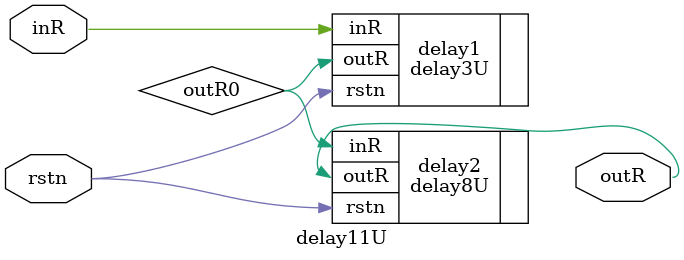
<source format=v>
`timescale 1ns / 1ps

module delay11U(inR, outR, rstn);
input inR, rstn;
output outR;

wire outR0;


delay3U delay1(.inR(inR), .outR(outR0), .rstn(rstn));
delay8U delay2(.inR(outR0), .outR(outR), .rstn(rstn));
endmodule


</source>
